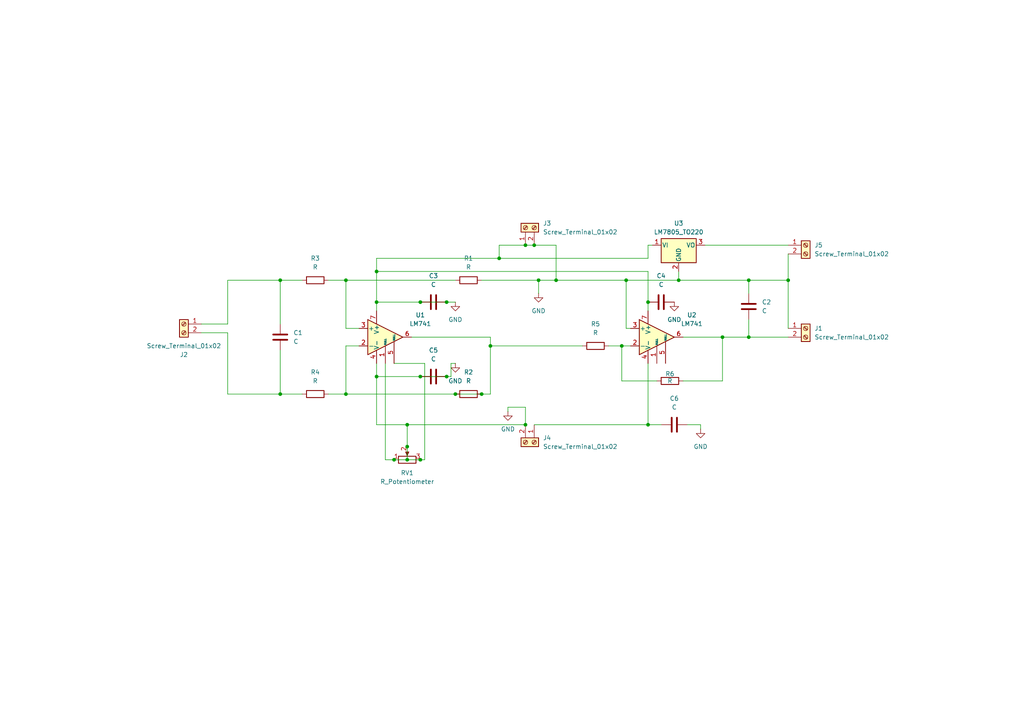
<source format=kicad_sch>
(kicad_sch (version 20250114) (generator "eeschema") (generator_version "9.0")
  (paper "A4")
  (lib_symbols
    (symbol "Amplifier_Operational:LM741" (pin_names (offset 0.127))
      (property "Reference" "U" (at 0 6.35 0))
      (property "Value" "LM741" (at 0 3.81 0))
      (symbol "LM741_0_1"
        (polyline (pts (xy -5.08 5.08) (xy 5.08 0) (xy -5.08 -5.08) (xy -5.08 5.08)) (stroke (width 0.254)) (fill (type background)))
      )
      (symbol "LM741_1_1"
        (pin input line (at -7.62 2.54 0) (length 2.54) (name "+") (number "3"))
        (pin input line (at -7.62 -2.54 0) (length 2.54) (name "-") (number "2"))
        (pin power_in line (at -2.54 7.62 270) (length 3.81) (name "V+") (number "7"))
        (pin power_in line (at -2.54 -7.62 90) (length 3.81) (name "V-") (number "4"))
        (pin no_connect line (at 0 2.54 270) (length 2.54) (hide yes) (name "NC") (number "8"))
        (pin input line (at 0 -7.62 90) (length 5.08) (name "NULL") (number "1"))
        (pin input line (at 2.54 -7.62 90) (length 6.35) (name "NULL") (number "5"))
        (pin output line (at 7.62 0 180) (length 2.54) (name "~") (number "6"))
      )
    )
    (symbol "Connector:Screw_Terminal_01x02" (pin_names (offset 1.016) (hide yes))
      (property "Reference" "J" (at 0 2.54 0))
      (property "Value" "Screw_Terminal_01x02" (at 0 -5.08 0))
      (symbol "Screw_Terminal_01x02_1_1"
        (rectangle (start -1.27 1.27) (end 1.27 -3.81) (stroke (width 0.254)) (fill (type background)))
        (polyline (pts (xy -0.5334 0.3302) (xy 0.3302 -0.508)) (stroke (width 0.1524)))
        (polyline (pts (xy -0.5334 -2.2098) (xy 0.3302 -3.048)) (stroke (width 0.1524)))
        (polyline (pts (xy -0.3556 0.508) (xy 0.508 -0.3302)) (stroke (width 0.1524)))
        (polyline (pts (xy -0.3556 -2.032) (xy 0.508 -2.8702)) (stroke (width 0.1524)))
        (circle (center 0 0) (radius 0.635) (stroke (width 0.1524)))
        (circle (center 0 -2.54) (radius 0.635) (stroke (width 0.1524)))
        (pin passive line (at -5.08 0 0) (length 3.81) (name "Pin_1") (number "1"))
        (pin passive line (at -5.08 -2.54 0) (length 3.81) (name "Pin_2") (number "2"))
      )
    )
    (symbol "Device:C" (pin_numbers (hide yes)) (pin_names (offset 0.254))
      (property "Reference" "C" (at 0.635 2.54 0))
      (property "Value" "C" (at 0.635 -2.54 0))
      (symbol "C_0_1"
        (polyline (pts (xy -2.032 0.762) (xy 2.032 0.762)) (stroke (width 0.508)))
        (polyline (pts (xy -2.032 -0.762) (xy 2.032 -0.762)) (stroke (width 0.508)))
      )
      (symbol "C_1_1"
        (pin passive line (at 0 3.81 270) (length 2.794) (name "~") (number "1"))
        (pin passive line (at 0 -3.81 90) (length 2.794) (name "~") (number "2"))
      )
    )
    (symbol "Device:R" (pin_numbers (hide yes)) (pin_names (offset 0))
      (property "Reference" "R" (at 2.032 0 90))
      (property "Value" "R" (at 0 0 90))
      (symbol "R_0_1"
        (rectangle (start -1.016 -2.54) (end 1.016 2.54) (stroke (width 0.254)))
      )
      (symbol "R_1_1"
        (pin passive line (at 0 3.81 270) (length 1.27) (name "~") (number "1"))
        (pin passive line (at 0 -3.81 90) (length 1.27) (name "~") (number "2"))
      )
    )
    (symbol "Device:R_Potentiometer" (pin_names (offset 1.016) (hide yes))
      (property "Reference" "RV" (at -4.445 0 90))
      (property "Value" "R_Potentiometer" (at -2.54 0 90))
      (symbol "R_Potentiometer_0_1"
        (rectangle (start 1.016 2.54) (end -1.016 -2.54) (stroke (width 0.254)))
        (polyline (pts (xy 1.143 0) (xy 2.286 0.508) (xy 2.286 -0.508) (xy 1.143 0)) (fill (type outline)))
        (polyline (pts (xy 2.54 0) (xy 1.524 0)))
      )
      (symbol "R_Potentiometer_1_1"
        (pin passive line (at 0 3.81 270) (length 1.27) (name "1") (number "1"))
        (pin passive line (at 0 -3.81 90) (length 1.27) (name "3") (number "3"))
        (pin passive line (at 3.81 0 180) (length 1.27) (name "2") (number "2"))
      )
    )
    (symbol "Regulator_Linear:LM7805_TO220" (pin_names (offset 0.254))
      (property "Reference" "U" (at -3.81 3.175 0))
      (property "Value" "LM7805_TO220" (at 0 3.175 0))
      (symbol "LM7805_TO220_0_1"
        (rectangle (start -5.08 1.905) (end 5.08 -5.08) (stroke (width 0.254)) (fill (type background)))
      )
      (symbol "LM7805_TO220_1_1"
        (pin power_in line (at -7.62 0 0) (length 2.54) (name "VI") (number "1"))
        (pin power_in line (at 0 -7.62 90) (length 2.54) (name "GND") (number "2"))
        (pin power_out line (at 7.62 0 180) (length 2.54) (name "VO") (number "3"))
      )
    )
    (symbol "power:GND" (power) (pin_numbers (hide yes)) (pin_names (offset 0) (hide yes))
      (property "Value" "GND" (at 0 -3.81 0))
      (symbol "GND_0_1"
        (polyline (pts (xy 0 0) (xy 0 -1.27) (xy 1.27 -1.27) (xy 0 -2.54) (xy -1.27 -1.27) (xy 0 -1.27)))
      )
      (symbol "GND_1_1"
        (pin power_in line (at 0 0 270) (length 0) (name "~") (number "1"))
      )
    )
  )
  (junction (at 142.24 100.33))
  (junction (at 228.6 81.28))
  (junction (at 129.54 87.63))
  (junction (at 152.4 123.19))
  (junction (at 132.08 114.3))
  (junction (at 152.4 71.12))
  (junction (at 118.11 133.35))
  (junction (at 129.54 109.22))
  (junction (at 181.61 81.28))
  (junction (at 121.92 109.22))
  (junction (at 118.11 129.54))
  (junction (at 100.33 81.28))
  (junction (at 114.3 133.35))
  (junction (at 217.17 81.28))
  (junction (at 156.21 81.28))
  (junction (at 121.92 87.63))
  (junction (at 81.28 81.28))
  (junction (at 144.78 74.93))
  (junction (at 118.11 123.19))
  (junction (at 100.33 114.3))
  (junction (at 196.85 81.28))
  (junction (at 139.7 114.3))
  (junction (at 109.22 109.22))
  (junction (at 81.28 114.3))
  (junction (at 161.29 81.28))
  (junction (at 209.55 97.79))
  (junction (at 109.22 78.74))
  (junction (at 187.96 87.63))
  (junction (at 187.96 123.19))
  (junction (at 154.94 71.12))
  (junction (at 109.22 87.63))
  (junction (at 180.34 100.33))
  (junction (at 217.17 97.79))
  (junction (at 121.92 133.35))
  (wire (pts (xy 66.04 96.52) (xy 66.04 114.3)))
  (wire (pts (xy 104.14 95.25) (xy 100.33 95.25)))
  (wire (pts (xy 180.34 100.33) (xy 180.34 110.49)))
  (wire (pts (xy 198.12 97.79) (xy 209.55 97.79)))
  (wire (pts (xy 203.2 124.46) (xy 203.2 123.19)))
  (wire (pts (xy 147.32 118.11) (xy 147.32 119.38)))
  (wire (pts (xy 139.7 114.3) (xy 132.08 114.3)))
  (wire (pts (xy 161.29 81.28) (xy 181.61 81.28)))
  (wire (pts (xy 81.28 101.6) (xy 81.28 114.3)))
  (wire (pts (xy 109.22 87.63) (xy 109.22 90.17)))
  (wire (pts (xy 66.04 96.52) (xy 58.42 96.52)))
  (wire (pts (xy 109.22 105.41) (xy 109.22 109.22)))
  (wire (pts (xy 154.94 71.12) (xy 152.4 71.12)))
  (wire (pts (xy 204.47 71.12) (xy 228.6 71.12)))
  (wire (pts (xy 95.25 114.3) (xy 100.33 114.3)))
  (wire (pts (xy 132.08 105.41) (xy 130.81 105.41)))
  (wire (pts (xy 111.76 133.35) (xy 111.76 105.41)))
  (wire (pts (xy 100.33 114.3) (xy 132.08 114.3)))
  (wire (pts (xy 228.6 73.66) (xy 228.6 81.28)))
  (wire (pts (xy 130.81 109.22) (xy 129.54 109.22)))
  (wire (pts (xy 87.63 81.28) (xy 81.28 81.28)))
  (wire (pts (xy 144.78 74.93) (xy 109.22 74.93)))
  (wire (pts (xy 130.81 105.41) (xy 130.81 109.22)))
  (wire (pts (xy 109.22 109.22) (xy 121.92 109.22)))
  (wire (pts (xy 66.04 93.98) (xy 66.04 81.28)))
  (wire (pts (xy 118.11 133.35) (xy 114.3 133.35)))
  (wire (pts (xy 129.54 109.22) (xy 121.92 109.22)))
  (wire (pts (xy 203.2 123.19) (xy 199.39 123.19)))
  (wire (pts (xy 123.19 105.41) (xy 114.3 105.41)))
  (wire (pts (xy 181.61 95.25) (xy 182.88 95.25)))
  (wire (pts (xy 100.33 81.28) (xy 132.08 81.28)))
  (wire (pts (xy 109.22 74.93) (xy 109.22 78.74)))
  (wire (pts (xy 109.22 87.63) (xy 121.92 87.63)))
  (wire (pts (xy 119.38 97.79) (xy 142.24 97.79)))
  (wire (pts (xy 66.04 81.28) (xy 81.28 81.28)))
  (wire (pts (xy 180.34 110.49) (xy 190.5 110.49)))
  (wire (pts (xy 111.76 133.35) (xy 114.3 133.35)))
  (wire (pts (xy 142.24 100.33) (xy 168.91 100.33)))
  (wire (pts (xy 144.78 74.93) (xy 187.96 74.93)))
  (wire (pts (xy 118.11 133.35) (xy 121.92 133.35)))
  (wire (pts (xy 123.19 105.41) (xy 123.19 133.35)))
  (wire (pts (xy 144.78 71.12) (xy 144.78 74.93)))
  (wire (pts (xy 228.6 81.28) (xy 228.6 95.25)))
  (wire (pts (xy 142.24 114.3) (xy 139.7 114.3)))
  (wire (pts (xy 81.28 81.28) (xy 81.28 93.98)))
  (wire (pts (xy 217.17 92.71) (xy 217.17 97.79)))
  (wire (pts (xy 81.28 114.3) (xy 87.63 114.3)))
  (wire (pts (xy 209.55 110.49) (xy 198.12 110.49)))
  (wire (pts (xy 109.22 78.74) (xy 187.96 78.74)))
  (wire (pts (xy 95.25 81.28) (xy 100.33 81.28)))
  (wire (pts (xy 129.54 87.63) (xy 121.92 87.63)))
  (wire (pts (xy 156.21 81.28) (xy 156.21 85.09)))
  (wire (pts (xy 139.7 81.28) (xy 156.21 81.28)))
  (wire (pts (xy 209.55 97.79) (xy 217.17 97.79)))
  (wire (pts (xy 142.24 100.33) (xy 142.24 114.3)))
  (wire (pts (xy 187.96 78.74) (xy 187.96 87.63)))
  (wire (pts (xy 100.33 100.33) (xy 100.33 114.3)))
  (wire (pts (xy 161.29 81.28) (xy 161.29 71.12)))
  (wire (pts (xy 187.96 87.63) (xy 187.96 90.17)))
  (wire (pts (xy 109.22 123.19) (xy 118.11 123.19)))
  (wire (pts (xy 66.04 114.3) (xy 81.28 114.3)))
  (wire (pts (xy 181.61 81.28) (xy 181.61 95.25)))
  (wire (pts (xy 217.17 97.79) (xy 228.6 97.79)))
  (wire (pts (xy 118.11 123.19) (xy 152.4 123.19)))
  (wire (pts (xy 209.55 97.79) (xy 209.55 110.49)))
  (wire (pts (xy 109.22 109.22) (xy 109.22 123.19)))
  (wire (pts (xy 196.85 78.74) (xy 196.85 81.28)))
  (wire (pts (xy 161.29 81.28) (xy 156.21 81.28)))
  (wire (pts (xy 154.94 123.19) (xy 187.96 123.19)))
  (wire (pts (xy 109.22 78.74) (xy 109.22 87.63)))
  (wire (pts (xy 118.11 123.19) (xy 118.11 129.54)))
  (wire (pts (xy 104.14 100.33) (xy 100.33 100.33)))
  (wire (pts (xy 152.4 118.11) (xy 147.32 118.11)))
  (wire (pts (xy 181.61 81.28) (xy 196.85 81.28)))
  (wire (pts (xy 100.33 95.25) (xy 100.33 81.28)))
  (wire (pts (xy 187.96 105.41) (xy 187.96 123.19)))
  (wire (pts (xy 176.53 100.33) (xy 180.34 100.33)))
  (wire (pts (xy 187.96 74.93) (xy 187.96 71.12)))
  (wire (pts (xy 118.11 133.35) (xy 118.11 129.54)))
  (wire (pts (xy 123.19 133.35) (xy 121.92 133.35)))
  (wire (pts (xy 58.42 93.98) (xy 66.04 93.98)))
  (wire (pts (xy 191.77 123.19) (xy 187.96 123.19)))
  (wire (pts (xy 132.08 87.63) (xy 129.54 87.63)))
  (wire (pts (xy 187.96 71.12) (xy 189.23 71.12)))
  (wire (pts (xy 217.17 81.28) (xy 217.17 85.09)))
  (wire (pts (xy 142.24 97.79) (xy 142.24 100.33)))
  (wire (pts (xy 144.78 71.12) (xy 152.4 71.12)))
  (wire (pts (xy 196.85 81.28) (xy 217.17 81.28)))
  (wire (pts (xy 161.29 71.12) (xy 154.94 71.12)))
  (wire (pts (xy 152.4 123.19) (xy 152.4 118.11)))
  (wire (pts (xy 180.34 100.33) (xy 182.88 100.33)))
  (wire (pts (xy 217.17 81.28) (xy 228.6 81.28)))
  (symbol (lib_id "Device:R") (at 135.89 81.28 90) (unit 1)
    (property "Reference" "R1" (at 135.89 74.93 90))
    (property "Value" "R" (at 135.89 77.47 90))
    (property "Footprint" "Resistor_THT:R_Axial_DIN0204_L3.6mm_D1.6mm_P5.08mm_Horizontal" (effects (hide yes)))
    (property "Description" "Resistor" (effects (hide yes)))
  )
  (symbol (lib_id "power:GND") (at 132.08 87.63 0) (unit 1)
    (property "Reference" "#PWR06" (effects (hide yes)))
    (property "Value" "GND" (at 132.08 92.71 0))
    (property "Description" "Power symbol creates a global label with name \"GND\" , ground" (effects (hide yes)))
  )
  (symbol (lib_id "Device:C") (at 191.77 87.63 90) (unit 1)
    (property "Reference" "C4" (at 191.77 80.01 90))
    (property "Value" "C" (at 191.77 82.55 90))
    (property "Footprint" "Capacitor_THT:C_Axial_L5.1mm_D3.1mm_P15.00mm_Horizontal" (effects (hide yes)))
    (property "Description" "Unpolarized capacitor" (effects (hide yes)))
  )
  (symbol (lib_id "Device:R") (at 135.89 114.3 90) (unit 1)
    (property "Reference" "R2" (at 135.89 107.95 90))
    (property "Value" "R" (at 135.89 110.49 90))
    (property "Footprint" "Resistor_THT:R_Axial_DIN0204_L3.6mm_D1.6mm_P5.08mm_Horizontal" (effects (hide yes)))
    (property "Description" "Resistor" (effects (hide yes)))
  )
  (symbol (lib_id "power:GND") (at 147.32 119.38 0) (unit 1)
    (property "Reference" "#PWR02" (effects (hide yes)))
    (property "Value" "GND" (at 147.32 124.46 0))
    (property "Description" "Power symbol creates a global label with name \"GND\" , ground" (effects (hide yes)))
  )
  (symbol (lib_id "Device:R") (at 194.31 110.49 90) (unit 1)
    (property "Reference" "R6" (at 194.31 108.458 90))
    (property "Value" "R" (at 194.31 110.49 90))
    (property "Footprint" "Resistor_THT:R_Axial_DIN0204_L3.6mm_D1.6mm_P5.08mm_Horizontal" (effects (hide yes)))
    (property "Description" "Resistor" (effects (hide yes)))
  )
  (symbol (lib_id "Device:C") (at 125.73 109.22 90) (unit 1)
    (property "Reference" "C5" (at 125.73 101.6 90))
    (property "Value" "C" (at 125.73 104.14 90))
    (property "Footprint" "Capacitor_THT:C_Axial_L5.1mm_D3.1mm_P15.00mm_Horizontal" (effects (hide yes)))
    (property "Description" "Unpolarized capacitor" (effects (hide yes)))
  )
  (symbol (lib_id "Device:C") (at 195.58 123.19 90) (unit 1)
    (property "Reference" "C6" (at 195.58 115.57 90))
    (property "Value" "C" (at 195.58 118.11 90))
    (property "Footprint" "Capacitor_THT:C_Axial_L5.1mm_D3.1mm_P15.00mm_Horizontal" (effects (hide yes)))
    (property "Description" "Unpolarized capacitor" (effects (hide yes)))
  )
  (symbol (lib_id "Device:R") (at 91.44 114.3 90) (unit 1)
    (property "Reference" "R4" (at 91.44 107.95 90))
    (property "Value" "R" (at 91.44 110.49 90))
    (property "Footprint" "Resistor_THT:R_Axial_DIN0204_L3.6mm_D1.6mm_P5.08mm_Horizontal" (effects (hide yes)))
    (property "Description" "Resistor" (effects (hide yes)))
  )
  (symbol (lib_id "power:GND") (at 156.21 85.09 0) (unit 1)
    (property "Reference" "#PWR01" (effects (hide yes)))
    (property "Value" "GND" (at 156.21 90.17 0))
    (property "Description" "Power symbol creates a global label with name \"GND\" , ground" (effects (hide yes)))
  )
  (symbol (lib_id "power:GND") (at 195.58 87.63 0) (unit 1)
    (property "Reference" "#PWR05" (effects (hide yes)))
    (property "Value" "GND" (at 195.58 92.71 0))
    (property "Description" "Power symbol creates a global label with name \"GND\" , ground" (effects (hide yes)))
  )
  (symbol (lib_id "Device:R_Potentiometer") (at 118.11 133.35 90) (unit 1)
    (property "Reference" "RV1" (at 118.11 137.16 90))
    (property "Value" "R_Potentiometer" (at 118.11 139.7 90))
    (property "Description" "Potentiometer" (effects (hide yes)))
  )
  (symbol (lib_id "Connector:Screw_Terminal_01x02") (at 53.34 93.98 0) (mirror y) (unit 1)
    (property "Reference" "J2" (at 53.34 102.87 0))
    (property "Value" "Screw_Terminal_01x02" (at 53.34 100.33 0))
    (property "Footprint" "TerminalBlock:TerminalBlock_MaiXu_MX126-5.0-02P_1x02_P5.00mm" (effects (hide yes)))
    (property "Description" "Generic screw terminal, single row, 01x02, script generated (kicad-library-utils/schlib/autogen/connector/)" (effects (hide yes)))
  )
  (symbol (lib_id "Connector:Screw_Terminal_01x02") (at 233.68 71.12 0) (unit 1)
    (property "Reference" "J5" (at 236.22 71.1199 0) (effects (justify left)))
    (property "Value" "Screw_Terminal_01x02" (at 236.22 73.6599 0) (effects (justify left)))
    (property "Footprint" "TerminalBlock:TerminalBlock_MaiXu_MX126-5.0-02P_1x02_P5.00mm" (effects (hide yes)))
    (property "Description" "Generic screw terminal, single row, 01x02, script generated (kicad-library-utils/schlib/autogen/connector/)" (effects (hide yes)))
  )
  (symbol (lib_id "power:GND") (at 203.2 124.46 0) (unit 1)
    (property "Reference" "#PWR04" (effects (hide yes)))
    (property "Value" "GND" (at 203.2 129.54 0))
    (property "Description" "Power symbol creates a global label with name \"GND\" , ground" (effects (hide yes)))
  )
  (symbol (lib_id "Device:C") (at 81.28 97.79 0) (unit 1)
    (property "Reference" "C1" (at 85.09 96.5199 0) (effects (justify left)))
    (property "Value" "C" (at 85.09 99.0599 0) (effects (justify left)))
    (property "Footprint" "Capacitor_THT:C_Axial_L5.1mm_D3.1mm_P15.00mm_Horizontal" (effects (hide yes)))
    (property "Description" "Unpolarized capacitor" (effects (hide yes)))
  )
  (symbol (lib_id "Device:C") (at 217.17 88.9 0) (unit 1)
    (property "Reference" "C2" (at 220.98 87.6299 0) (effects (justify left)))
    (property "Value" "C" (at 220.98 90.1699 0) (effects (justify left)))
    (property "Footprint" "Capacitor_THT:C_Axial_L5.1mm_D3.1mm_P15.00mm_Horizontal" (effects (hide yes)))
    (property "Description" "Unpolarized capacitor" (effects (hide yes)))
  )
  (symbol (lib_id "Amplifier_Operational:LM741") (at 111.76 97.79 0) (unit 1)
    (property "Reference" "U1" (at 121.92 91.3698 0))
    (property "Value" "LM741" (at 121.92 93.9098 0))
    (property "Footprint" "Package_DIP:DIP-8_W7.62mm_Socket" (effects (hide yes)))
    (property "Datasheet" "http://www.ti.com/lit/ds/symlink/lm741.pdf" (effects (hide yes)))
    (property "Description" "Operational Amplifier, DIP-8/TO-99-8" (effects (hide yes)))
  )
  (symbol (lib_id "Device:R") (at 91.44 81.28 90) (unit 1)
    (property "Reference" "R3" (at 91.44 74.93 90))
    (property "Value" "R" (at 91.44 77.47 90))
    (property "Footprint" "Resistor_THT:R_Axial_DIN0204_L3.6mm_D1.6mm_P5.08mm_Horizontal" (effects (hide yes)))
    (property "Description" "Resistor" (effects (hide yes)))
  )
  (symbol (lib_id "Amplifier_Operational:LM741") (at 190.5 97.79 0) (unit 1)
    (property "Reference" "U2" (at 200.66 91.3698 0))
    (property "Value" "LM741" (at 200.66 93.9098 0))
    (property "Footprint" "Package_DIP:DIP-8_W7.62mm_Socket" (effects (hide yes)))
    (property "Datasheet" "http://www.ti.com/lit/ds/symlink/lm741.pdf" (effects (hide yes)))
    (property "Description" "Operational Amplifier, DIP-8/TO-99-8" (effects (hide yes)))
  )
  (symbol (lib_id "Device:C") (at 125.73 87.63 90) (unit 1)
    (property "Reference" "C3" (at 125.73 80.01 90))
    (property "Value" "C" (at 125.73 82.55 90))
    (property "Footprint" "Capacitor_THT:C_Axial_L5.1mm_D3.1mm_P15.00mm_Horizontal" (effects (hide yes)))
    (property "Description" "Unpolarized capacitor" (effects (hide yes)))
  )
  (symbol (lib_id "Regulator_Linear:LM7805_TO220") (at 196.85 71.12 0) (unit 1)
    (property "Reference" "U3" (at 196.85 64.77 0))
    (property "Value" "LM7805_TO220" (at 196.85 67.31 0))
    (property "Footprint" "Package_TO_SOT_THT:TO-220-3_Horizontal_TabDown" (effects (hide yes)))
    (property "Datasheet" "https://www.onsemi.cn/PowerSolutions/document/MC7800-D.PDF" (effects (hide yes)))
    (property "Description" "Positive 1A 35V Linear Regulator, Fixed Output 5V, TO-220" (effects (hide yes)))
  )
  (symbol (lib_id "power:GND") (at 132.08 105.41 0) (unit 1)
    (property "Reference" "#PWR03" (effects (hide yes)))
    (property "Value" "GND" (at 132.08 110.49 0))
    (property "Description" "Power symbol creates a global label with name \"GND\" , ground" (effects (hide yes)))
  )
  (symbol (lib_id "Device:R") (at 172.72 100.33 90) (unit 1)
    (property "Reference" "R5" (at 172.72 93.98 90))
    (property "Value" "R" (at 172.72 96.52 90))
    (property "Footprint" "Resistor_THT:R_Axial_DIN0204_L3.6mm_D1.6mm_P5.08mm_Horizontal" (effects (hide yes)))
    (property "Description" "Resistor" (effects (hide yes)))
  )
  (symbol (lib_id "Connector:Screw_Terminal_01x02") (at 152.4 66.04 90) (unit 1)
    (property "Reference" "J3" (at 157.48 64.7699 90) (effects (justify right)))
    (property "Value" "Screw_Terminal_01x02" (at 157.48 67.3099 90) (effects (justify right)))
    (property "Footprint" "TerminalBlock:TerminalBlock_MaiXu_MX126-5.0-02P_1x02_P5.00mm" (effects (hide yes)))
    (property "Description" "Generic screw terminal, single row, 01x02, script generated (kicad-library-utils/schlib/autogen/connector/)" (effects (hide yes)))
  )
  (symbol (lib_id "Connector:Screw_Terminal_01x02") (at 154.94 128.27 270) (unit 1)
    (property "Reference" "J4" (at 157.48 126.9999 90) (effects (justify left)))
    (property "Value" "Screw_Terminal_01x02" (at 157.48 129.5399 90) (effects (justify left)))
    (property "Footprint" "TerminalBlock:TerminalBlock_MaiXu_MX126-5.0-02P_1x02_P5.00mm" (effects (hide yes)))
    (property "Description" "Generic screw terminal, single row, 01x02, script generated (kicad-library-utils/schlib/autogen/connector/)" (effects (hide yes)))
  )
  (symbol (lib_id "Connector:Screw_Terminal_01x02") (at 233.68 95.25 0) (unit 1)
    (property "Reference" "J1" (at 236.22 95.2499 0) (effects (justify left)))
    (property "Value" "Screw_Terminal_01x02" (at 236.22 97.7899 0) (effects (justify left)))
    (property "Footprint" "TerminalBlock:TerminalBlock_MaiXu_MX126-5.0-02P_1x02_P5.00mm" (effects (hide yes)))
    (property "Description" "Generic screw terminal, single row, 01x02, script generated (kicad-library-utils/schlib/autogen/connector/)" (effects (hide yes)))
  )
)
</source>
